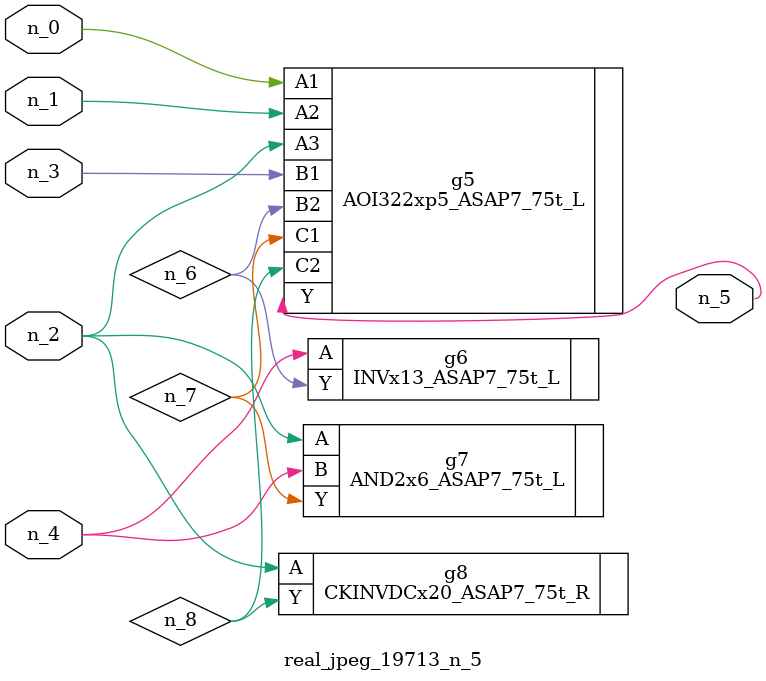
<source format=v>
module real_jpeg_19713_n_5 (n_4, n_0, n_1, n_2, n_3, n_5);

input n_4;
input n_0;
input n_1;
input n_2;
input n_3;

output n_5;

wire n_8;
wire n_6;
wire n_7;

AOI322xp5_ASAP7_75t_L g5 ( 
.A1(n_0),
.A2(n_1),
.A3(n_2),
.B1(n_3),
.B2(n_6),
.C1(n_7),
.C2(n_8),
.Y(n_5)
);

AND2x6_ASAP7_75t_L g7 ( 
.A(n_2),
.B(n_4),
.Y(n_7)
);

CKINVDCx20_ASAP7_75t_R g8 ( 
.A(n_2),
.Y(n_8)
);

INVx13_ASAP7_75t_L g6 ( 
.A(n_4),
.Y(n_6)
);


endmodule
</source>
